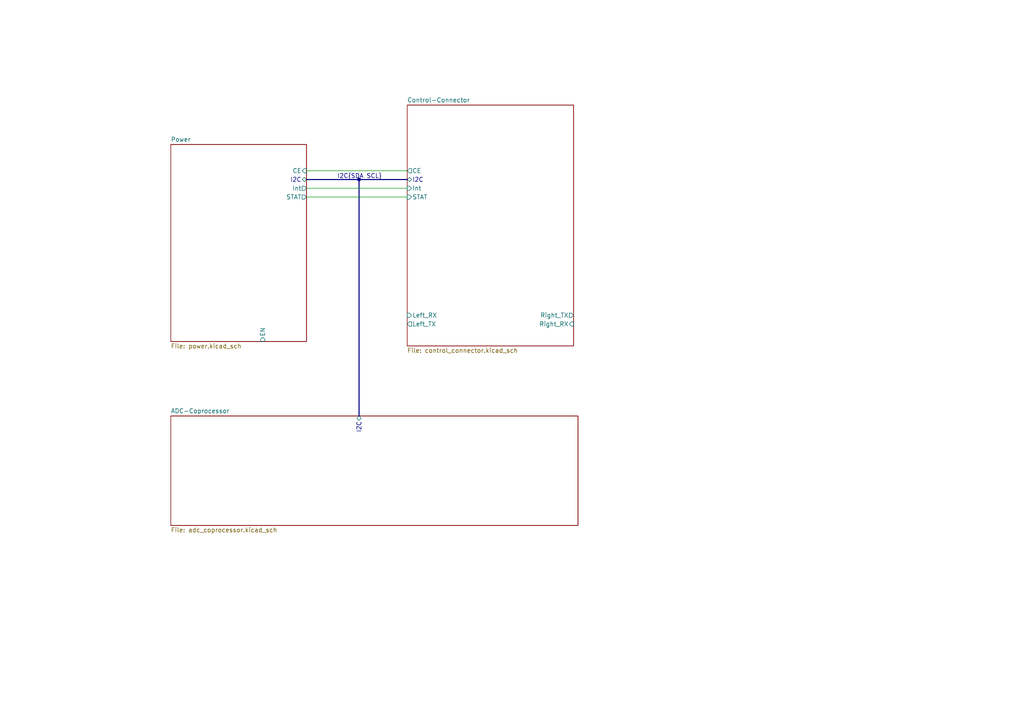
<source format=kicad_sch>
(kicad_sch
	(version 20250114)
	(generator "eeschema")
	(generator_version "9.0")
	(uuid "c2f330be-6ca8-4ed0-86db-c2e1bfb68425")
	(paper "A4")
	(lib_symbols)
	(junction
		(at 104.14 52.07)
		(diameter 0)
		(color 0 0 0 0)
		(uuid "b39b5143-03ab-47e6-aa08-1f30b417b26e")
	)
	(bus
		(pts
			(xy 88.9 52.07) (xy 104.14 52.07)
		)
		(stroke
			(width 0)
			(type default)
		)
		(uuid "00a4f690-d14b-4e9c-829b-a88d5716ca70")
	)
	(bus
		(pts
			(xy 104.14 52.07) (xy 118.11 52.07)
		)
		(stroke
			(width 0)
			(type default)
		)
		(uuid "2071b147-1e9c-49bf-81e0-1464d4656109")
	)
	(wire
		(pts
			(xy 88.9 57.15) (xy 118.11 57.15)
		)
		(stroke
			(width 0)
			(type default)
		)
		(uuid "38662b52-4285-45a8-8515-ab11ad044ada")
	)
	(wire
		(pts
			(xy 88.9 54.61) (xy 118.11 54.61)
		)
		(stroke
			(width 0)
			(type default)
		)
		(uuid "481f1abd-d514-4903-b327-9cf1d061f3e7")
	)
	(bus
		(pts
			(xy 104.14 52.07) (xy 104.14 120.65)
		)
		(stroke
			(width 0)
			(type default)
		)
		(uuid "a2d52db7-bcb5-428a-be65-35d5b145354a")
	)
	(wire
		(pts
			(xy 88.9 49.53) (xy 118.11 49.53)
		)
		(stroke
			(width 0)
			(type default)
		)
		(uuid "bf45fafd-f7da-4095-8268-bf4ee6884bfc")
	)
	(label "I2C{SDA SCL}"
		(at 97.79 52.07 0)
		(effects
			(font
				(size 1.27 1.27)
			)
			(justify left bottom)
		)
		(uuid "1e239f58-e46e-4ae2-94a2-0d188594b94a")
	)
	(sheet
		(at 49.53 120.65)
		(size 118.11 31.75)
		(exclude_from_sim no)
		(in_bom yes)
		(on_board yes)
		(dnp no)
		(fields_autoplaced yes)
		(stroke
			(width 0.1524)
			(type solid)
		)
		(fill
			(color 0 0 0 0.0000)
		)
		(uuid "4147f2be-5121-441a-a725-d81cf0735d2c")
		(property "Sheetname" "ADC-Coprocessor"
			(at 49.53 119.9384 0)
			(effects
				(font
					(size 1.27 1.27)
				)
				(justify left bottom)
			)
		)
		(property "Sheetfile" "adc_coprocessor.kicad_sch"
			(at 49.53 152.9846 0)
			(effects
				(font
					(size 1.27 1.27)
				)
				(justify left top)
			)
		)
		(pin "I2C" bidirectional
			(at 104.14 120.65 90)
			(uuid "161d199a-59df-456c-8618-a8191db6b74c")
			(effects
				(font
					(size 1.27 1.27)
				)
				(justify right)
			)
		)
		(instances
			(project "DCDC-40V8A"
				(path "/c2f330be-6ca8-4ed0-86db-c2e1bfb68425"
					(page "4")
				)
			)
		)
	)
	(sheet
		(at 118.11 30.48)
		(size 48.26 69.85)
		(exclude_from_sim no)
		(in_bom yes)
		(on_board yes)
		(dnp no)
		(fields_autoplaced yes)
		(stroke
			(width 0.1524)
			(type solid)
		)
		(fill
			(color 0 0 0 0.0000)
		)
		(uuid "54fe40ea-071e-47fc-93b0-08edbf0643ce")
		(property "Sheetname" "Control-Connector"
			(at 118.11 29.7684 0)
			(effects
				(font
					(size 1.27 1.27)
				)
				(justify left bottom)
			)
		)
		(property "Sheetfile" "control_connector.kicad_sch"
			(at 118.11 100.9146 0)
			(effects
				(font
					(size 1.27 1.27)
				)
				(justify left top)
			)
		)
		(pin "CE" output
			(at 118.11 49.53 180)
			(uuid "c32c409b-873d-440f-84ab-cf8e09c66601")
			(effects
				(font
					(size 1.27 1.27)
				)
				(justify left)
			)
		)
		(pin "I2C" bidirectional
			(at 118.11 52.07 180)
			(uuid "7cc6387a-74ac-4271-90ab-965b496cb1de")
			(effects
				(font
					(size 1.27 1.27)
				)
				(justify left)
			)
		)
		(pin "Int" input
			(at 118.11 54.61 180)
			(uuid "b0c8676a-bf4b-48bb-aa64-a2196125fe17")
			(effects
				(font
					(size 1.27 1.27)
				)
				(justify left)
			)
		)
		(pin "Left_RX" input
			(at 118.11 91.44 180)
			(uuid "3f19fca6-5f1c-466c-94c2-a55c49854e12")
			(effects
				(font
					(size 1.27 1.27)
				)
				(justify left)
			)
		)
		(pin "Left_TX" output
			(at 118.11 93.98 180)
			(uuid "66a9836d-c8e4-4939-8765-8ec6f51e2e75")
			(effects
				(font
					(size 1.27 1.27)
				)
				(justify left)
			)
		)
		(pin "Right_RX" input
			(at 166.37 93.98 0)
			(uuid "c13aade3-1339-4a7e-ba40-c0ea83116ca1")
			(effects
				(font
					(size 1.27 1.27)
				)
				(justify right)
			)
		)
		(pin "Right_TX" output
			(at 166.37 91.44 0)
			(uuid "bd514e80-b523-4698-84a7-4f9bd8a7e485")
			(effects
				(font
					(size 1.27 1.27)
				)
				(justify right)
			)
		)
		(pin "STAT" input
			(at 118.11 57.15 180)
			(uuid "b7b976d9-0ffb-44a0-8b13-577beeb19e78")
			(effects
				(font
					(size 1.27 1.27)
				)
				(justify left)
			)
		)
		(instances
			(project "DCDC-40V8A"
				(path "/c2f330be-6ca8-4ed0-86db-c2e1bfb68425"
					(page "3")
				)
			)
		)
	)
	(sheet
		(at 49.53 41.91)
		(size 39.37 57.15)
		(exclude_from_sim no)
		(in_bom yes)
		(on_board yes)
		(dnp no)
		(fields_autoplaced yes)
		(stroke
			(width 0.1524)
			(type solid)
		)
		(fill
			(color 0 0 0 0.0000)
		)
		(uuid "e02b7f28-305a-4574-afeb-14db4b4e1edd")
		(property "Sheetname" "Power"
			(at 49.53 41.1984 0)
			(effects
				(font
					(size 1.27 1.27)
				)
				(justify left bottom)
			)
		)
		(property "Sheetfile" "power.kicad_sch"
			(at 49.53 99.6446 0)
			(effects
				(font
					(size 1.27 1.27)
				)
				(justify left top)
			)
		)
		(pin "CE" input
			(at 88.9 49.53 0)
			(uuid "dc1d8e90-2900-47d6-b43c-37c9396ee562")
			(effects
				(font
					(size 1.27 1.27)
				)
				(justify right)
			)
		)
		(pin "I2C" bidirectional
			(at 88.9 52.07 0)
			(uuid "2b633d3c-6d13-4832-916c-b6028605dc54")
			(effects
				(font
					(size 1.27 1.27)
				)
				(justify right)
			)
		)
		(pin "Int" output
			(at 88.9 54.61 0)
			(uuid "60c767a1-4f36-4321-884e-f14f685669cb")
			(effects
				(font
					(size 1.27 1.27)
				)
				(justify right)
			)
		)
		(pin "STAT" output
			(at 88.9 57.15 0)
			(uuid "61365c6b-cf18-41ce-81b4-28f2ec3ad8f2")
			(effects
				(font
					(size 1.27 1.27)
				)
				(justify right)
			)
		)
		(pin "EN" input
			(at 76.2 99.06 270)
			(uuid "4c69713b-d143-4c4b-8de9-f666df46dcc9")
			(effects
				(font
					(size 1.27 1.27)
				)
				(justify left)
			)
		)
		(instances
			(project "DCDC-40V8A"
				(path "/c2f330be-6ca8-4ed0-86db-c2e1bfb68425"
					(page "2")
				)
			)
		)
	)
	(sheet_instances
		(path "/"
			(page "1")
		)
	)
	(embedded_fonts no)
)

</source>
